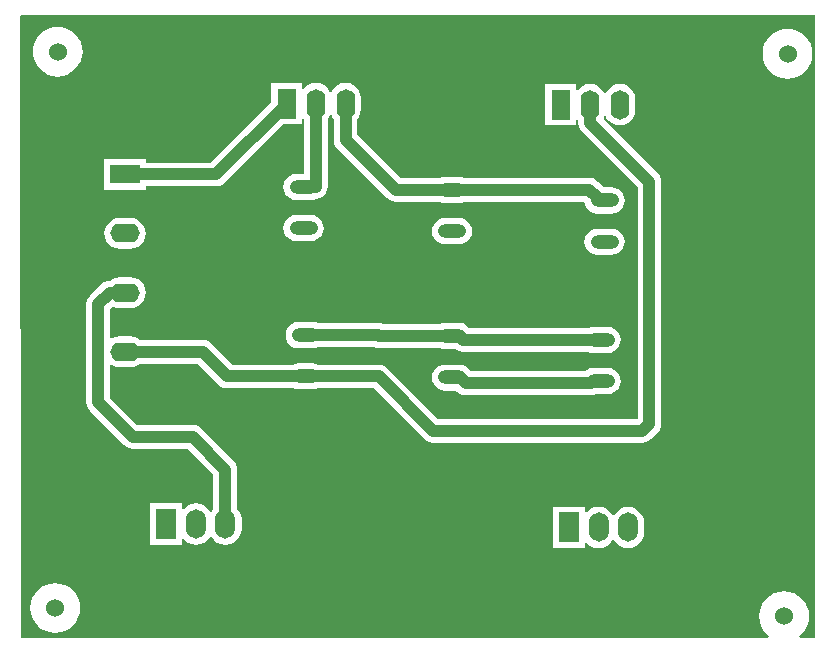
<source format=gbl>
%FSTAX23Y23*%
%MOIN*%
%SFA1B1*%

%IPPOS*%
%ADD21C,0.039370*%
%ADD22O,0.098430X0.062990*%
%ADD23R,0.098430X0.062990*%
%ADD24R,0.062990X0.098430*%
%ADD25O,0.062990X0.098430*%
%ADD26O,0.066930X0.098430*%
%ADD27R,0.066930X0.098430*%
%ADD28O,0.094000X0.047240*%
%ADD29C,0.060000*%
%LNpwrsup-1*%
%LPD*%
G36*
X03874Y02439D02*
X03869Y02437D01*
X03866Y0244*
X03823*
X03821Y02445*
X0383Y02453*
X0384Y02465*
X03848Y0248*
X03853Y02495*
X03854Y02511*
X03853Y02528*
X03848Y02543*
X0384Y02557*
X0383Y0257*
X03817Y0258*
X03803Y02588*
X03787Y02593*
X03771Y02594*
X03755Y02593*
X03739Y02588*
X03725Y0258*
X03712Y0257*
X03702Y02557*
X03694Y02543*
X0369Y02528*
X03688Y02511*
X0369Y02495*
X03694Y0248*
X03702Y02465*
X03712Y02453*
X03721Y02445*
X03719Y0244*
X01228*
X01224Y04511*
X01228Y04515*
X03874*
Y02439*
G37*
%LNpwrsup-2*%
%LPC*%
G36*
X0135Y04476D02*
X01334Y04475D01*
X01318Y0447*
X01304Y04462*
X01291Y04452*
X01281Y04439*
X01273Y04425*
X01268Y04409*
X01267Y04393*
X01268Y04377*
X01273Y04361*
X01281Y04347*
X01291Y04334*
X01304Y04324*
X01318Y04316*
X01334Y04312*
X0135Y0431*
X01366Y04312*
X01382Y04316*
X01396Y04324*
X01409Y04334*
X01419Y04347*
X01427Y04361*
X01431Y04377*
X01433Y04393*
X01431Y04409*
X01427Y04425*
X01419Y04439*
X01409Y04452*
X01396Y04462*
X01382Y0447*
X01366Y04475*
X0135Y04476*
G37*
G36*
X03783Y04468D02*
X03767Y04467D01*
X03751Y04462*
X03737Y04454*
X03724Y04444*
X03714Y04431*
X03706Y04417*
X03701Y04402*
X037Y04385*
X03701Y04369*
X03706Y04354*
X03714Y04339*
X03724Y04327*
X03737Y04316*
X03751Y04309*
X03767Y04304*
X03783Y04302*
X03799Y04304*
X03815Y04309*
X03829Y04316*
X03842Y04327*
X03852Y04339*
X0386Y04354*
X03864Y04369*
X03866Y04385*
X03864Y04402*
X0386Y04417*
X03852Y04431*
X03842Y04444*
X03829Y04454*
X03815Y04462*
X03799Y04467*
X03783Y04468*
G37*
G36*
X0231Y04289D02*
X02296Y04287D01*
X02284Y04282*
X02273Y04274*
X02265Y04263*
X02263Y04258*
X02258*
X02256Y04263*
X02248Y04274*
X02237Y04282*
X02224Y04287*
X02211Y04289*
X02198Y04287*
X02185Y04282*
X02175Y04274*
X02169Y04266*
X02164Y04268*
Y04288*
X02061*
Y04224*
X0186Y04023*
X01643*
Y04035*
X01505*
Y03933*
X01643*
Y03944*
X01877*
X01887Y03945*
X01897Y03949*
X01905Y03956*
X021Y04151*
X02164*
Y04169*
X02169Y04171*
X02171Y04169*
Y03986*
X02146*
X02135Y03984*
X02124Y0398*
X02115Y03973*
X02108Y03964*
X02104Y03954*
X02102Y03942*
X02104Y03931*
X02108Y0392*
X02115Y03911*
X02124Y03904*
X02135Y039*
X02146Y03899*
X02193*
X02204Y039*
X0221Y03903*
X02211*
X02221Y03904*
X02231Y03908*
X02239Y03914*
X02245Y03922*
X02249Y03932*
X02251Y03942*
Y04169*
X02256Y04176*
X02258Y04181*
X02263*
X02265Y04176*
X0227Y04169*
Y041*
X02271Y04089*
X02275Y0408*
X02281Y04071*
X02449Y03904*
X02457Y03898*
X02466Y03894*
X02477Y03893*
X02624*
X0263Y0389*
X02641Y03889*
X02688*
X02699Y0389*
X02705Y03893*
X03106*
X03106Y03892*
X03107Y03886*
X03112Y03875*
X03118Y03866*
X03128Y03859*
X03138Y03855*
X03149Y03853*
X03196*
X03207Y03855*
X03218Y03859*
X03227Y03866*
X03234Y03875*
X03238Y03886*
X0324Y03897*
X03238Y03908*
X03234Y03919*
X03227Y03928*
X03218Y03935*
X03207Y03939*
X03196Y03941*
X0317*
X0315Y0396*
X03142Y03967*
X03133Y03971*
X03122Y03972*
X02705*
X02699Y03974*
X02688Y03976*
X02641*
X0263Y03974*
X02624Y03972*
X02493*
X02349Y04116*
Y04169*
X02354Y04176*
X02359Y04188*
X02361Y04202*
Y04237*
X02359Y04251*
X02354Y04263*
X02346Y04274*
X02335Y04282*
X02323Y04287*
X0231Y04289*
G37*
G36*
X03224Y04285D02*
X03211Y04284D01*
X03198Y04278*
X03187Y0427*
X03179Y0426*
X03177Y04255*
X03172*
X0317Y0426*
X03162Y0427*
X03151Y04278*
X03139Y04284*
X03125Y04285*
X03112Y04284*
X031Y04278*
X03089Y0427*
X03083Y04263*
X03078Y04264*
Y04285*
X02976*
Y04147*
X03078*
Y04166*
X03083Y04168*
X03086Y04165*
Y04156*
X03087Y04145*
X03091Y04136*
X03097Y04127*
X03283Y03942*
Y03169*
X02618*
X02449Y03339*
X0244Y03345*
X02431Y03349*
X0242Y0335*
X02217*
X02211Y03353*
X022Y03354*
X02153*
X02142Y03353*
X02136Y0335*
X01933*
X01862Y03421*
X01853Y03428*
X01844Y03432*
X01834Y03433*
X01624*
X01618Y03438*
X01605Y03443*
X01592Y03445*
X01557*
X01543Y03443*
X01531Y03438*
X0153Y03437*
X01525Y03439*
Y03535*
X01534Y03544*
X01543Y0354*
X01557Y03538*
X01592*
X01605Y0354*
X01618Y03545*
X01629Y03554*
X01637Y03564*
X01642Y03577*
X01644Y0359*
X01642Y03603*
X01637Y03616*
X01629Y03627*
X01618Y03635*
X01605Y0364*
X01592Y03642*
X01557*
X01543Y0364*
X01531Y03635*
X01524Y0363*
X01514Y03628*
X01505Y03624*
X01496Y03618*
X01457Y03579*
X01451Y03571*
X01447Y03561*
X01446Y03551*
Y03224*
X01447Y03213*
X01451Y03204*
X01457Y03195*
X01571Y03081*
X0158Y03075*
X01589Y03071*
X016Y0307*
X01783*
X01869Y02984*
Y0287*
X01863Y02861*
X01862Y0286*
X01857*
X01857Y02861*
X01848Y02872*
X01837Y02881*
X01824Y02886*
X01811Y02888*
X01797Y02886*
X01784Y02881*
X01773Y02872*
X0177Y02869*
X01765Y0287*
Y02887*
X01659*
Y0275*
X01765*
Y02767*
X0177Y02768*
X01773Y02765*
X01784Y02756*
X01797Y02751*
X01811Y02749*
X01824Y02751*
X01837Y02756*
X01848Y02765*
X01857Y02776*
X01857Y02777*
X01862*
X01863Y02776*
X01871Y02765*
X01882Y02756*
X01895Y02751*
X01909Y02749*
X01923Y02751*
X01936Y02756*
X01947Y02765*
X01955Y02776*
X01961Y02789*
X01963Y02803*
Y02834*
X01961Y02848*
X01955Y02861*
X01949Y0287*
Y03*
X01947Y0301*
X01943Y0302*
X01937Y03028*
X01828Y03138*
X01819Y03144*
X0181Y03148*
X018Y03149*
X01616*
X01525Y0324*
Y03347*
X0153Y03349*
X01531Y03348*
X01543Y03343*
X01557Y03342*
X01592*
X01605Y03343*
X01618Y03348*
X01624Y03353*
X01817*
X01888Y03282*
X01896Y03276*
X01906Y03272*
X01916Y03271*
X02136*
X02142Y03268*
X02153Y03267*
X022*
X02211Y03268*
X02217Y03271*
X02404*
X02574Y03101*
X02582Y03095*
X02591Y03091*
X02602Y0309*
X03299*
X0331Y03091*
X03319Y03095*
X03327Y03101*
X0335Y03124*
X03357Y03133*
X03361Y03142*
X03362Y03152*
Y03959*
X03361Y03969*
X03357Y03979*
X0335Y03987*
X03168Y04169*
X0317Y04173*
X03172Y04177*
X03177*
X03179Y04173*
X03187Y04162*
X03198Y04154*
X03211Y04148*
X03224Y04147*
X03237Y04148*
X0325Y04154*
X0326Y04162*
X03269Y04173*
X03274Y04185*
X03276Y04198*
Y04234*
X03274Y04247*
X03269Y0426*
X0326Y0427*
X0325Y04278*
X03237Y04284*
X03224Y04285*
G37*
G36*
X02193Y03848D02*
X02146D01*
X02135Y03847*
X02124Y03842*
X02115Y03835*
X02108Y03826*
X02104Y03816*
X02102Y03805*
X02104Y03793*
X02108Y03783*
X02115Y03774*
X02124Y03767*
X02135Y03762*
X02146Y03761*
X02193*
X02204Y03762*
X02215Y03767*
X02224Y03774*
X02231Y03783*
X02235Y03793*
X02237Y03805*
X02235Y03816*
X02231Y03826*
X02224Y03835*
X02215Y03842*
X02204Y03847*
X02193Y03848*
G37*
G36*
X02688Y03838D02*
X02641D01*
X0263Y03837*
X02619Y03832*
X0261Y03825*
X02603Y03816*
X02599Y03806*
X02597Y03795*
X02599Y03783*
X02603Y03773*
X0261Y03764*
X02619Y03757*
X0263Y03752*
X02641Y03751*
X02688*
X02699Y03752*
X0271Y03757*
X02719Y03764*
X02726Y03773*
X0273Y03783*
X02732Y03795*
X0273Y03806*
X02726Y03816*
X02719Y03825*
X0271Y03832*
X02699Y03837*
X02688Y03838*
G37*
G36*
X01592Y03839D02*
X01557D01*
X01543Y03837*
X01531Y03832*
X0152Y03823*
X01512Y03813*
X01507Y038*
X01505Y03787*
X01507Y03774*
X01512Y03761*
X0152Y0375*
X01531Y03742*
X01543Y03737*
X01557Y03735*
X01592*
X01605Y03737*
X01618Y03742*
X01629Y0375*
X01637Y03761*
X01642Y03774*
X01644Y03787*
X01642Y038*
X01637Y03813*
X01629Y03823*
X01618Y03832*
X01605Y03837*
X01592Y03839*
G37*
G36*
X03196Y03803D02*
X03149D01*
X03138Y03802*
X03128Y03797*
X03118Y0379*
X03112Y03781*
X03107Y03771*
X03106Y03759*
X03107Y03748*
X03112Y03738*
X03118Y03728*
X03128Y03722*
X03138Y03717*
X03149Y03716*
X03196*
X03207Y03717*
X03218Y03722*
X03227Y03728*
X03234Y03738*
X03238Y03748*
X0324Y03759*
X03238Y03771*
X03234Y03781*
X03227Y0379*
X03218Y03797*
X03207Y03802*
X03196Y03803*
G37*
G36*
X022Y03492D02*
X02153D01*
X02142Y03491*
X02131Y03486*
X02122Y03479*
X02115Y0347*
X02111Y0346*
X0211Y03448*
X02111Y03437*
X02115Y03426*
X02122Y03417*
X02131Y0341*
X02142Y03406*
X02153Y03405*
X022*
X02211Y03406*
X02217Y03409*
X02406*
X02412Y03406*
X02422Y03405*
X02624*
X0263Y03402*
X02641Y03401*
X02679*
X02682Y03398*
X02692Y03394*
X02702Y03393*
X0312*
X03126Y0339*
X03138Y03389*
X03184*
X03196Y0339*
X03206Y03395*
X03215Y03402*
X03222Y03411*
X03226Y03421*
X03228Y03433*
X03226Y03444*
X03222Y03454*
X03215Y03463*
X03206Y0347*
X03196Y03475*
X03184Y03476*
X03138*
X03126Y03475*
X0312Y03472*
X02721*
X02719Y03475*
X0271Y03482*
X027Y03487*
X02688Y03488*
X02641*
X0263Y03487*
X02624Y03484*
X02435*
X02429Y03487*
X02419Y03488*
X02217*
X02211Y03491*
X022Y03492*
G37*
G36*
X02688Y0335D02*
X02641D01*
X0263Y03349*
X0262Y03344*
X02611Y03337*
X02604Y03328*
X02599Y03318*
X02598Y03307*
X02599Y03295*
X02604Y03285*
X02611Y03276*
X0262Y03269*
X0263Y03264*
X02641Y03263*
X02678*
X02682Y03259*
X0269Y03253*
X027Y03249*
X0271Y03247*
X03128*
X03138Y03249*
X03144Y03251*
X03184*
X03196Y03253*
X03206Y03257*
X03215Y03264*
X03222Y03273*
X03226Y03283*
X03228Y03295*
X03226Y03306*
X03222Y03317*
X03215Y03326*
X03206Y03333*
X03196Y03337*
X03184Y03338*
X03138*
X03126Y03337*
X03116Y03333*
X03108Y03327*
X02727*
X02726Y03328*
X02719Y03337*
X0271Y03344*
X027Y03349*
X02688Y0335*
G37*
G36*
X03251Y02876D02*
X03238Y02874D01*
X03225Y02869*
X03214Y0286*
X03205Y02849*
X03205Y02848*
X032*
X03199Y02849*
X03191Y0286*
X0318Y02869*
X03167Y02874*
X03153Y02876*
X03139Y02874*
X03126Y02869*
X03115Y0286*
X03113Y02857*
X03108Y02858*
Y02875*
X03001*
Y02738*
X03108*
Y02755*
X03113Y02756*
X03115Y02753*
X03126Y02744*
X03139Y02739*
X03153Y02737*
X03167Y02739*
X0318Y02744*
X03191Y02753*
X03199Y02764*
X032Y02765*
X03205*
X03205Y02764*
X03214Y02753*
X03225Y02744*
X03238Y02739*
X03251Y02737*
X03265Y02739*
X03278Y02744*
X03289Y02753*
X03298Y02764*
X03303Y02777*
X03305Y02791*
Y02822*
X03303Y02836*
X03298Y02849*
X03289Y0286*
X03278Y02869*
X03265Y02874*
X03251Y02876*
G37*
G36*
X01342Y02622D02*
X01326Y0262D01*
X0131Y02616*
X01296Y02608*
X01283Y02598*
X01273Y02585*
X01265Y02571*
X01261Y02555*
X01259Y02539*
X01261Y02523*
X01265Y02507*
X01273Y02493*
X01283Y0248*
X01296Y0247*
X0131Y02462*
X01326Y02457*
X01342Y02456*
X01358Y02457*
X01374Y02462*
X01388Y0247*
X01401Y0248*
X01411Y02493*
X01419Y02507*
X01424Y02523*
X01425Y02539*
X01424Y02555*
X01419Y02571*
X01411Y02585*
X01401Y02598*
X01388Y02608*
X01374Y02616*
X01358Y0262*
X01342Y02622*
G37*
%LNpwrsup-3*%
%LPD*%
G54D21*
X03151Y03897D02*
X03173D01*
X03148Y03901D02*
X03151Y03897D01*
X02665Y03932D02*
X03122D01*
X03148Y03901D02*
Y03907D01*
X03122Y03932D02*
X03148Y03907D01*
X02702Y03433D02*
X03161D01*
X0269Y03444D02*
X02702Y03433D01*
X02422Y03444D02*
X0269D01*
Y03307D02*
X0271Y03287D01*
X03128*
X03135Y03295*
X03161*
X02665Y03307D02*
X0269D01*
X03125Y04156D02*
X03322Y03959D01*
X02602Y03129D02*
X03299D01*
X03322Y03152*
Y03959*
X0242Y03311D02*
X02602Y03129D01*
X02211Y03942D02*
Y0422D01*
X02177Y03311D02*
X0242D01*
X03125Y04156D02*
Y04216D01*
X01525Y0359D02*
X01574D01*
X01486Y03551D02*
X01525Y0359D01*
X01486Y03224D02*
Y03551D01*
Y03224D02*
X016Y0311D01*
X018*
X01909Y03*
Y02818D02*
Y03D01*
X0217Y03942D02*
X02211D01*
X0231Y041D02*
Y0422D01*
Y041D02*
X02477Y03932D01*
X02665*
X01574Y03984D02*
X01877D01*
X02113Y0422*
X02419Y03448D02*
X02422Y03444D01*
X02177Y03448D02*
X02419D01*
X01916Y03311D02*
X02177D01*
X01834Y03393D02*
X01916Y03311D01*
X01574Y03393D02*
X01834D01*
G54D22*
X01574Y03787D03*
Y03393D03*
Y0359D03*
G54D23*
X01574Y03984D03*
G54D24*
X03027Y04216D03*
X02113Y0422D03*
G54D25*
X03125Y04216D03*
X03224D03*
X02211Y0422D03*
X0231D03*
G54D26*
X03251Y02807D03*
X03153D03*
X01811Y02818D03*
X01909D03*
G54D27*
X03055Y02807D03*
X01712Y02818D03*
G54D28*
X03161Y03433D03*
Y03295D03*
X02665Y03444D03*
Y03307D03*
X02177Y03448D03*
Y03311D03*
X03173Y03897D03*
Y03759D03*
X02665Y03932D03*
Y03795D03*
X0217Y03805D03*
Y03942D03*
G54D29*
X03783Y04385D03*
X03771Y02511D03*
X01342Y02539D03*
X0135Y04393D03*
M02*
</source>
